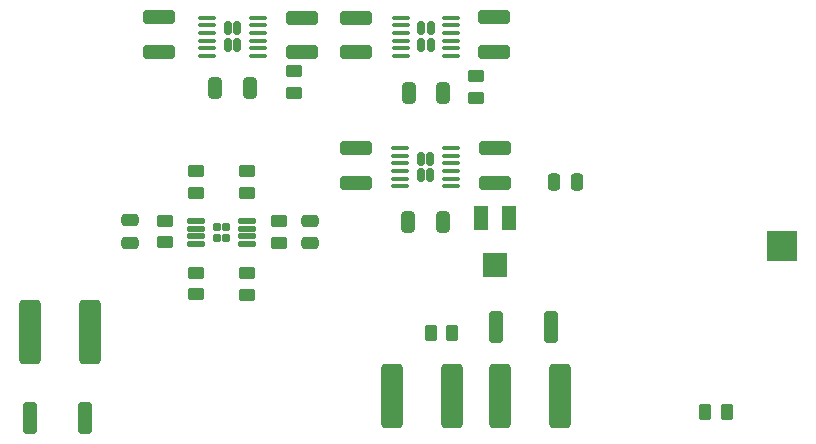
<source format=gbr>
%TF.GenerationSoftware,KiCad,Pcbnew,7.0.1*%
%TF.CreationDate,2023-12-13T14:51:25+00:00*%
%TF.ProjectId,UoB Amptek,556f4220-416d-4707-9465-6b2e6b696361,1*%
%TF.SameCoordinates,Original*%
%TF.FileFunction,Paste,Top*%
%TF.FilePolarity,Positive*%
%FSLAX46Y46*%
G04 Gerber Fmt 4.6, Leading zero omitted, Abs format (unit mm)*
G04 Created by KiCad (PCBNEW 7.0.1) date 2023-12-13 14:51:25*
%MOMM*%
%LPD*%
G01*
G04 APERTURE LIST*
G04 Aperture macros list*
%AMRoundRect*
0 Rectangle with rounded corners*
0 $1 Rounding radius*
0 $2 $3 $4 $5 $6 $7 $8 $9 X,Y pos of 4 corners*
0 Add a 4 corners polygon primitive as box body*
4,1,4,$2,$3,$4,$5,$6,$7,$8,$9,$2,$3,0*
0 Add four circle primitives for the rounded corners*
1,1,$1+$1,$2,$3*
1,1,$1+$1,$4,$5*
1,1,$1+$1,$6,$7*
1,1,$1+$1,$8,$9*
0 Add four rect primitives between the rounded corners*
20,1,$1+$1,$2,$3,$4,$5,0*
20,1,$1+$1,$4,$5,$6,$7,0*
20,1,$1+$1,$6,$7,$8,$9,0*
20,1,$1+$1,$8,$9,$2,$3,0*%
G04 Aperture macros list end*
%ADD10RoundRect,0.250000X-1.100000X0.325000X-1.100000X-0.325000X1.100000X-0.325000X1.100000X0.325000X0*%
%ADD11RoundRect,0.250000X0.450000X-0.262500X0.450000X0.262500X-0.450000X0.262500X-0.450000X-0.262500X0*%
%ADD12R,1.300000X2.000000*%
%ADD13R,2.000000X2.000000*%
%ADD14RoundRect,0.167500X-0.167500X-0.407500X0.167500X-0.407500X0.167500X0.407500X-0.167500X0.407500X0*%
%ADD15RoundRect,0.100000X-0.625000X-0.100000X0.625000X-0.100000X0.625000X0.100000X-0.625000X0.100000X0*%
%ADD16RoundRect,0.250000X0.262500X0.450000X-0.262500X0.450000X-0.262500X-0.450000X0.262500X-0.450000X0*%
%ADD17RoundRect,0.250000X0.650000X2.450000X-0.650000X2.450000X-0.650000X-2.450000X0.650000X-2.450000X0*%
%ADD18RoundRect,0.250000X1.100000X-0.325000X1.100000X0.325000X-1.100000X0.325000X-1.100000X-0.325000X0*%
%ADD19RoundRect,0.250000X-0.325000X-0.650000X0.325000X-0.650000X0.325000X0.650000X-0.325000X0.650000X0*%
%ADD20RoundRect,0.250000X-0.250000X-0.475000X0.250000X-0.475000X0.250000X0.475000X-0.250000X0.475000X0*%
%ADD21RoundRect,0.157500X-0.157500X-0.222500X0.157500X-0.222500X0.157500X0.222500X-0.157500X0.222500X0*%
%ADD22RoundRect,0.125000X-0.600000X-0.125000X0.600000X-0.125000X0.600000X0.125000X-0.600000X0.125000X0*%
%ADD23RoundRect,0.250000X0.325000X0.650000X-0.325000X0.650000X-0.325000X-0.650000X0.325000X-0.650000X0*%
%ADD24RoundRect,0.250000X-0.262500X-0.450000X0.262500X-0.450000X0.262500X0.450000X-0.262500X0.450000X0*%
%ADD25RoundRect,0.250000X-0.450000X0.262500X-0.450000X-0.262500X0.450000X-0.262500X0.450000X0.262500X0*%
%ADD26RoundRect,0.250000X0.362500X1.075000X-0.362500X1.075000X-0.362500X-1.075000X0.362500X-1.075000X0*%
%ADD27RoundRect,0.250000X-0.362500X-1.075000X0.362500X-1.075000X0.362500X1.075000X-0.362500X1.075000X0*%
%ADD28RoundRect,0.250000X-0.475000X0.250000X-0.475000X-0.250000X0.475000X-0.250000X0.475000X0.250000X0*%
%ADD29RoundRect,0.250000X-0.650000X-2.450000X0.650000X-2.450000X0.650000X2.450000X-0.650000X2.450000X0*%
%ADD30R,2.540000X2.540000*%
G04 APERTURE END LIST*
D10*
%TO.C,C23*%
X135966200Y-69519800D03*
X135966200Y-72469800D03*
%TD*%
D11*
%TO.C,R4*%
X114959000Y-73353300D03*
X114959000Y-71528300D03*
%TD*%
D12*
%TO.C,RV1*%
X137110000Y-75462000D03*
D13*
X135960000Y-79462000D03*
D12*
X134810000Y-75462000D03*
%TD*%
D14*
%TO.C,U2*%
X129710600Y-59410600D03*
X129710600Y-60830600D03*
X130530600Y-59410600D03*
X130530600Y-60830600D03*
D15*
X127970600Y-58495600D03*
X127970600Y-59145600D03*
X127970600Y-59795600D03*
X127970600Y-60445600D03*
X127970600Y-61095600D03*
X127970600Y-61745600D03*
X132270600Y-61745600D03*
X132270600Y-61095600D03*
X132270600Y-60445600D03*
X132270600Y-59795600D03*
X132270600Y-59145600D03*
X132270600Y-58495600D03*
%TD*%
D16*
%TO.C,R10*%
X132334000Y-85191600D03*
X130509000Y-85191600D03*
%TD*%
D11*
%TO.C,R7*%
X110641000Y-81938500D03*
X110641000Y-80113500D03*
%TD*%
D17*
%TO.C,C20*%
X132334000Y-90500000D03*
X127234000Y-90500000D03*
%TD*%
D18*
%TO.C,C6*%
X124196000Y-61446000D03*
X124196000Y-58496000D03*
%TD*%
D11*
%TO.C,R3*%
X117686400Y-77544300D03*
X117686400Y-75719300D03*
%TD*%
D18*
%TO.C,C5*%
X135890000Y-61420800D03*
X135890000Y-58470800D03*
%TD*%
D11*
%TO.C,R5*%
X114959000Y-81962600D03*
X114959000Y-80137600D03*
%TD*%
D19*
%TO.C,C4*%
X128651000Y-64871600D03*
X131601000Y-64871600D03*
%TD*%
D11*
%TO.C,R6*%
X110666400Y-73327900D03*
X110666400Y-71502900D03*
%TD*%
D20*
%TO.C,C15*%
X140995400Y-72440800D03*
X142895400Y-72440800D03*
%TD*%
D21*
%TO.C,U4*%
X112411400Y-76212600D03*
X112411400Y-77152600D03*
X113191400Y-76212600D03*
X113191400Y-77152600D03*
D22*
X110651400Y-75707600D03*
X110651400Y-76357600D03*
X110651400Y-77007600D03*
X110651400Y-77657600D03*
X114951400Y-77657600D03*
X114951400Y-77007600D03*
X114951400Y-76357600D03*
X114951400Y-75707600D03*
%TD*%
D14*
%TO.C,U5*%
X129679800Y-70445200D03*
X129679800Y-71865200D03*
X130499800Y-70445200D03*
X130499800Y-71865200D03*
D15*
X127939800Y-69530200D03*
X127939800Y-70180200D03*
X127939800Y-70830200D03*
X127939800Y-71480200D03*
X127939800Y-72130200D03*
X127939800Y-72780200D03*
X132239800Y-72780200D03*
X132239800Y-72130200D03*
X132239800Y-71480200D03*
X132239800Y-70830200D03*
X132239800Y-70180200D03*
X132239800Y-69530200D03*
%TD*%
D23*
%TO.C,C2*%
X115214400Y-64490600D03*
X112264400Y-64490600D03*
%TD*%
D10*
%TO.C,C3*%
X119634000Y-58496200D03*
X119634000Y-61446200D03*
%TD*%
D24*
%TO.C,R11*%
X153773500Y-91900000D03*
X155598500Y-91900000D03*
%TD*%
D17*
%TO.C,C12*%
X101701600Y-85090000D03*
X96601600Y-85090000D03*
%TD*%
D25*
%TO.C,R2*%
X134391400Y-63474600D03*
X134391400Y-65299600D03*
%TD*%
D23*
%TO.C,C22*%
X131575600Y-75844400D03*
X128625600Y-75844400D03*
%TD*%
D14*
%TO.C,U1*%
X113327600Y-59410600D03*
X113327600Y-60830600D03*
X114147600Y-59410600D03*
X114147600Y-60830600D03*
D15*
X111587600Y-58495600D03*
X111587600Y-59145600D03*
X111587600Y-59795600D03*
X111587600Y-60445600D03*
X111587600Y-61095600D03*
X111587600Y-61745600D03*
X115887600Y-61745600D03*
X115887600Y-61095600D03*
X115887600Y-60445600D03*
X115887600Y-59795600D03*
X115887600Y-59145600D03*
X115887600Y-58495600D03*
%TD*%
D26*
%TO.C,R12*%
X140716000Y-84700000D03*
X136091000Y-84700000D03*
%TD*%
D11*
%TO.C,R1*%
X118973600Y-64871600D03*
X118973600Y-63046600D03*
%TD*%
D27*
%TO.C,R8*%
X96595100Y-92379800D03*
X101220100Y-92379800D03*
%TD*%
D28*
%TO.C,C11*%
X120286400Y-75717400D03*
X120286400Y-77617400D03*
%TD*%
D10*
%TO.C,C21*%
X124155200Y-69545200D03*
X124155200Y-72495200D03*
%TD*%
%TO.C,C1*%
X107543600Y-58470800D03*
X107543600Y-61420800D03*
%TD*%
D28*
%TO.C,C14*%
X105054400Y-75666600D03*
X105054400Y-77566600D03*
%TD*%
D11*
%TO.C,R9*%
X107986400Y-77518900D03*
X107986400Y-75693900D03*
%TD*%
D29*
%TO.C,C24*%
X136388000Y-90500000D03*
X141488000Y-90500000D03*
%TD*%
D30*
%TO.C,PS1*%
X160274000Y-77800000D03*
%TD*%
M02*

</source>
